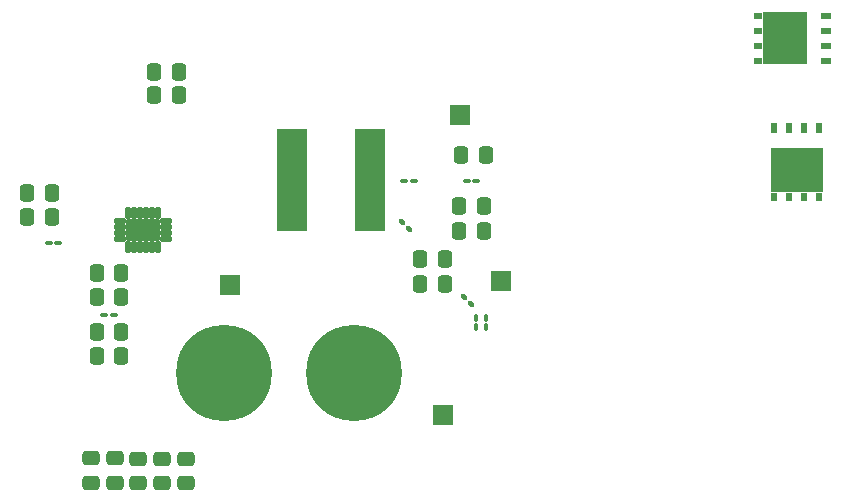
<source format=gbr>
%TF.GenerationSoftware,KiCad,Pcbnew,9.0.1*%
%TF.CreationDate,2025-11-16T17:30:07-08:00*%
%TF.ProjectId,Si-LTC7800-Alternate,53692d4c-5443-4373-9830-302d416c7465,rev?*%
%TF.SameCoordinates,Original*%
%TF.FileFunction,Soldermask,Top*%
%TF.FilePolarity,Negative*%
%FSLAX46Y46*%
G04 Gerber Fmt 4.6, Leading zero omitted, Abs format (unit mm)*
G04 Created by KiCad (PCBNEW 9.0.1) date 2025-11-16 17:30:07*
%MOMM*%
%LPD*%
G01*
G04 APERTURE LIST*
G04 Aperture macros list*
%AMRoundRect*
0 Rectangle with rounded corners*
0 $1 Rounding radius*
0 $2 $3 $4 $5 $6 $7 $8 $9 X,Y pos of 4 corners*
0 Add a 4 corners polygon primitive as box body*
4,1,4,$2,$3,$4,$5,$6,$7,$8,$9,$2,$3,0*
0 Add four circle primitives for the rounded corners*
1,1,$1+$1,$2,$3*
1,1,$1+$1,$4,$5*
1,1,$1+$1,$6,$7*
1,1,$1+$1,$8,$9*
0 Add four rect primitives between the rounded corners*
20,1,$1+$1,$2,$3,$4,$5,0*
20,1,$1+$1,$4,$5,$6,$7,0*
20,1,$1+$1,$6,$7,$8,$9,0*
20,1,$1+$1,$8,$9,$2,$3,0*%
G04 Aperture macros list end*
%ADD10RoundRect,0.250000X-0.337500X-0.475000X0.337500X-0.475000X0.337500X0.475000X-0.337500X0.475000X0*%
%ADD11RoundRect,0.102000X-1.190000X-4.250000X1.190000X-4.250000X1.190000X4.250000X-1.190000X4.250000X0*%
%ADD12RoundRect,0.250000X0.337500X0.475000X-0.337500X0.475000X-0.337500X-0.475000X0.337500X-0.475000X0*%
%ADD13RoundRect,0.100000X-0.224506X0.083085X0.083085X-0.224506X0.224506X-0.083085X-0.083085X0.224506X0*%
%ADD14RoundRect,0.100000X0.100000X-0.217500X0.100000X0.217500X-0.100000X0.217500X-0.100000X-0.217500X0*%
%ADD15R,0.850000X0.500000*%
%ADD16R,0.800000X0.600000*%
%ADD17R,3.750000X4.410000*%
%ADD18RoundRect,0.100000X-0.217500X-0.100000X0.217500X-0.100000X0.217500X0.100000X-0.217500X0.100000X0*%
%ADD19C,8.115000*%
%ADD20R,1.700000X1.700000*%
%ADD21RoundRect,0.102000X0.135000X-0.420000X0.135000X0.420000X-0.135000X0.420000X-0.135000X-0.420000X0*%
%ADD22RoundRect,0.102000X0.420000X-0.135000X0.420000X0.135000X-0.420000X0.135000X-0.420000X-0.135000X0*%
%ADD23RoundRect,0.102000X1.325000X-0.825000X1.325000X0.825000X-1.325000X0.825000X-1.325000X-0.825000X0*%
%ADD24RoundRect,0.100000X-0.100000X0.217500X-0.100000X-0.217500X0.100000X-0.217500X0.100000X0.217500X0*%
%ADD25RoundRect,0.250000X-0.475000X0.337500X-0.475000X-0.337500X0.475000X-0.337500X0.475000X0.337500X0*%
%ADD26RoundRect,0.100000X0.217500X0.100000X-0.217500X0.100000X-0.217500X-0.100000X0.217500X-0.100000X0*%
%ADD27R,0.500000X0.850000*%
%ADD28R,0.600000X0.800000*%
%ADD29R,4.410000X3.750000*%
%ADD30RoundRect,0.250000X0.475000X-0.337500X0.475000X0.337500X-0.475000X0.337500X-0.475000X-0.337500X0*%
G04 APERTURE END LIST*
D10*
%TO.C,C3*%
X131067215Y-124443160D03*
X133142215Y-124443160D03*
%TD*%
D11*
%TO.C,L1*%
X142723346Y-131618655D03*
X149373346Y-131618655D03*
%TD*%
D10*
%TO.C,COUT1*%
X157060780Y-129496750D03*
X159135780Y-129496750D03*
%TD*%
D12*
%TO.C,C5*%
X128302022Y-144526910D03*
X126227022Y-144526910D03*
%TD*%
D13*
%TO.C,R4*%
X152063250Y-135201343D03*
X152639542Y-135777635D03*
%TD*%
D12*
%TO.C,C5_EX1*%
X128302022Y-146554275D03*
X126227022Y-146554275D03*
%TD*%
%TO.C,COUT_EX2*%
X158994193Y-135924840D03*
X156919193Y-135924840D03*
%TD*%
D14*
%TO.C,R5*%
X159143009Y-144095821D03*
X159143009Y-143280821D03*
%TD*%
D10*
%TO.C,CSENSE1*%
X153610890Y-138332803D03*
X155685890Y-138332803D03*
%TD*%
D15*
%TO.C,Q2*%
X188000000Y-121520000D03*
X188000000Y-120250000D03*
X188000000Y-118980000D03*
X188000000Y-117710000D03*
D16*
X182175000Y-117710000D03*
X182175000Y-118980000D03*
X182175000Y-120250000D03*
X182175000Y-121520000D03*
D17*
X184450000Y-119615000D03*
%TD*%
D18*
%TO.C,RSENSE1*%
X152223916Y-131747236D03*
X153038916Y-131747236D03*
%TD*%
D19*
%TO.C,VSource_IN1*%
X137000000Y-148000000D03*
%TD*%
D10*
%TO.C,C1_EX1*%
X120332776Y-132763151D03*
X122407776Y-132763151D03*
%TD*%
D12*
%TO.C,C3_EX1*%
X133142215Y-122443160D03*
X131067215Y-122443160D03*
%TD*%
D13*
%TO.C,R6*%
X157341651Y-141552969D03*
X157917943Y-142129261D03*
%TD*%
D20*
%TO.C,VOUT1*%
X156982531Y-126142225D03*
%TD*%
D21*
%TO.C,U1*%
X128905134Y-137293045D03*
X129405134Y-137293045D03*
X129905134Y-137293045D03*
X130405134Y-137293045D03*
X130905134Y-137293045D03*
X131405134Y-137293045D03*
D22*
X132100134Y-136598045D03*
X132100134Y-136098045D03*
X132100134Y-135598045D03*
X132100134Y-135098045D03*
D21*
X131405134Y-134403045D03*
X130905134Y-134403045D03*
X130405134Y-134403045D03*
X129905134Y-134403045D03*
X129405134Y-134403045D03*
X128905134Y-134403045D03*
D22*
X128210134Y-135098045D03*
X128210134Y-135598045D03*
X128210134Y-136098045D03*
X128210134Y-136598045D03*
D23*
X130155134Y-135848045D03*
%TD*%
D24*
%TO.C,R7*%
X158353713Y-143280821D03*
X158353713Y-144095821D03*
%TD*%
D18*
%TO.C,R2*%
X122156109Y-136967511D03*
X122971109Y-136967511D03*
%TD*%
D25*
%TO.C,CinA2*%
X129750000Y-155212500D03*
X129750000Y-157287500D03*
%TD*%
D20*
%TO.C,TP_VIN1*%
X137500000Y-140500000D03*
%TD*%
D26*
%TO.C,R9*%
X127672022Y-143038117D03*
X126857022Y-143038117D03*
%TD*%
D19*
%TO.C,VSource_GND1*%
X148000000Y-148000000D03*
%TD*%
D10*
%TO.C,C1*%
X120335688Y-134775784D03*
X122410688Y-134775784D03*
%TD*%
%TO.C,C6_EX1*%
X126227022Y-141518059D03*
X128302022Y-141518059D03*
%TD*%
D12*
%TO.C,CSENSE_EX1*%
X155685890Y-140461028D03*
X153610890Y-140461028D03*
%TD*%
D10*
%TO.C,C6*%
X126227022Y-139518059D03*
X128302022Y-139518059D03*
%TD*%
D25*
%TO.C,CinB1_EX1*%
X125750000Y-155175000D03*
X125750000Y-157250000D03*
%TD*%
%TO.C,CinB1*%
X133750000Y-155212500D03*
X133750000Y-157287500D03*
%TD*%
D20*
%TO.C,GND1*%
X160447591Y-140176070D03*
%TD*%
D27*
%TO.C,Q1*%
X187405000Y-127200000D03*
X186135000Y-127200000D03*
X184865000Y-127200000D03*
X183595000Y-127200000D03*
D28*
X183595000Y-133025000D03*
X184865000Y-133025000D03*
X186135000Y-133025000D03*
X187405000Y-133025000D03*
D29*
X185500000Y-130750000D03*
%TD*%
D12*
%TO.C,COUT_EX1*%
X158994193Y-133810461D03*
X156919193Y-133810461D03*
%TD*%
D30*
%TO.C,CinA1_EX1*%
X127750000Y-157250000D03*
X127750000Y-155175000D03*
%TD*%
D25*
%TO.C,CinA1*%
X131750000Y-155212500D03*
X131750000Y-157287500D03*
%TD*%
D20*
%TO.C,TP_VIN2*%
X155500000Y-151500000D03*
%TD*%
D18*
%TO.C,RLOAD1*%
X157549193Y-131745663D03*
X158364193Y-131745663D03*
%TD*%
M02*

</source>
